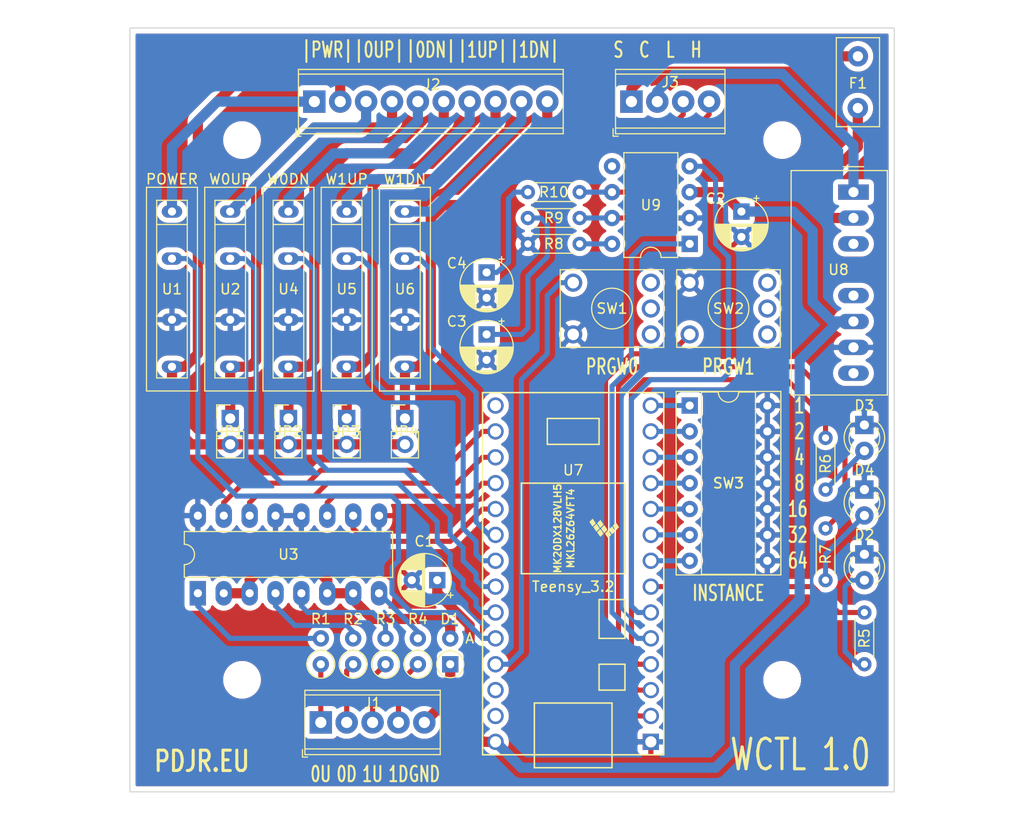
<source format=kicad_pcb>
(kicad_pcb (version 20171130) (host pcbnew 5.1.5-1.fc31)
  (layers (0 F.Cu signal hide) (31 B.Cu signal hide) (35 F.Paste user hide) (37 F.SilkS user) (38 B.Mask user hide) (39 F.Mask user hide) (44 Edge.Cuts user))
  (net 0 "")
  (net 1 GND)
  (net 2 "Net-(C1-Pad1)")
  (net 3 "Net-(C3-Pad1)")
  (net 4 "Net-(C4-Pad1)")
  (net 5 "Net-(D1-Pad2)")
  (net 6 "Net-(D1-Pad1)")
  (net 7 "Net-(F1-Pad2)")
  (net 8 "Net-(F1-Pad1)")
  (net 9 "Net-(J1-Pad4)")
  (net 10 "Net-(J1-Pad3)")
  (net 11 "Net-(J1-Pad2)")
  (net 12 "Net-(J1-Pad1)")
  (net 13 "Net-(J2-Pad10)")
  (net 14 "Net-(J2-Pad9)")
  (net 15 "Net-(J2-Pad8)")
  (net 16 "Net-(J2-Pad7)")
  (net 17 "Net-(J2-Pad6)")
  (net 18 "Net-(J2-Pad5)")
  (net 19 "Net-(J2-Pad4)")
  (net 20 "Net-(J2-Pad3)")
  (net 21 "Net-(J2-Pad2)")
  (net 22 "Net-(J2-Pad1)")
  (net 23 "Net-(J3-Pad4)")
  (net 24 "Net-(J3-Pad3)")
  (net 25 "Net-(SW3-Pad7)")
  (net 26 "Net-(SW3-Pad6)")
  (net 27 "Net-(SW3-Pad5)")
  (net 28 "Net-(SW3-Pad4)")
  (net 29 "Net-(SW3-Pad3)")
  (net 30 "Net-(SW3-Pad2)")
  (net 31 "Net-(SW3-Pad1)")
  (net 32 "Net-(U3-Pad15)")
  (net 33 "Net-(U3-Pad14)")
  (net 34 "Net-(U3-Pad11)")
  (net 35 "Net-(U3-Pad10)")
  (net 36 "Net-(U7-Pad5)")
  (net 37 "Net-(U7-Pad6)")
  (net 38 "Net-(R8-Pad2)")
  (net 39 "Net-(SW1-Pad2)")
  (net 40 "Net-(SW2-Pad1)")
  (net 41 "Net-(R5-Pad1)")
  (net 42 "Net-(R6-Pad1)")
  (net 43 "Net-(R7-Pad1)")
  (net 44 "Net-(U1-Pad3)")
  (net 45 "Net-(U2-Pad3)")
  (net 46 "Net-(U4-Pad3)")
  (net 47 "Net-(U5-Pad3)")
  (net 48 "Net-(U6-Pad3)")
  (net 49 "Net-(D2-Pad2)")
  (net 50 "Net-(D3-Pad2)")
  (net 51 "Net-(D4-Pad2)")
  (net 52 "Net-(R1-Pad2)")
  (net 53 "Net-(R2-Pad2)")
  (net 54 "Net-(R3-Pad2)")
  (net 55 "Net-(R4-Pad2)")
  (net 56 "Net-(J3-Pad2)")
  (module Connector_PinHeader_2.54mm:PinHeader_1x02_P2.54mm_Vertical (layer F.Cu) (at -10.16 53.34)
    (fp_text reference JP1 (at 0 1.27) (layer F.SilkS))
    (fp_text value Jumper_2_Open hide)
    (pad 2 thru_hole oval (at 0 2.54) (size 1.7 1.7) (drill 1) (layers *.Cu *.Mask) (net 21 "Net-(J2-Pad2)"))
    (pad 1 thru_hole rect (at 0 0) (size 1.7 1.7) (drill 1) (layers *.Cu *.Mask) (net 19 "Net-(J2-Pad4)"))
  )
  (module Connector_PinHeader_2.54mm:PinHeader_1x02_P2.54mm_Vertical (layer F.Cu) (at 1.27 53.34)
    (fp_text reference JP3 (at 0 1.27) (layer F.SilkS))
    (fp_text value Jumper_2_Open hide)
    (pad 2 thru_hole oval (at 0 2.54) (size 1.7 1.7) (drill 1) (layers *.Cu *.Mask) (net 21 "Net-(J2-Pad2)"))
    (pad 1 thru_hole rect (at 0 0) (size 1.7 1.7) (drill 1) (layers *.Cu *.Mask) (net 15 "Net-(J2-Pad8)"))
  )
  (module Connector_PinHeader_2.54mm:PinHeader_1x02_P2.54mm_Vertical (layer F.Cu) (at -4.445 53.34)
    (fp_text reference JP2 (at 0 1.27) (layer F.SilkS))
    (fp_text value Jumper_2_Open hide)
    (pad 2 thru_hole oval (at 0 2.54) (size 1.7 1.7) (drill 1) (layers *.Cu *.Mask) (net 21 "Net-(J2-Pad2)"))
    (pad 1 thru_hole rect (at 0 0) (size 1.7 1.7) (drill 1) (layers *.Cu *.Mask) (net 17 "Net-(J2-Pad6)"))
  )
  (module Connector_PinHeader_2.54mm:PinHeader_1x02_P2.54mm_Vertical (layer F.Cu) (at 6.985 53.34)
    (fp_text reference JP4 (at 0 1.27) (layer F.SilkS))
    (fp_text value Jumper_2_Open hide)
    (pad 2 thru_hole oval (at 0 2.54) (size 1.7 1.7) (drill 1) (layers *.Cu *.Mask) (net 21 "Net-(J2-Pad2)"))
    (pad 1 thru_hole rect (at 0 0) (size 1.7 1.7) (drill 1) (layers *.Cu *.Mask) (net 13 "Net-(J2-Pad10)"))
  )
  (module Resistor_THT:R_Axial_DIN0204_L3.6mm_D1.6mm_P5.08mm_Horizontal (layer F.Cu) (at 19.05 36.195)
    (fp_text reference R8 (at 2.54 0) (layer F.SilkS))
    (fp_text value 4K7 hide)
    (pad 2 thru_hole oval (at 5.08 0) (size 1.4 1.4) (drill 0.7) (layers *.Cu *.Mask) (net 38 "Net-(R8-Pad2)"))
    (pad 1 thru_hole circle (at 0 0) (size 1.4 1.4) (drill 0.7) (layers *.Cu *.Mask) (net 1 GND))
  )
  (module Package_DIP:DIP-14_W7.62mm_Socket (layer F.Cu) (at 34.925 52.07)
    (fp_text reference SW3 (at 3.81 7.62) (layer F.SilkS))
    (fp_text value INSTANCE (at 3.81 18.415) (layer F.SilkS) (effects (font (size 1.5 1) (thickness 0.2))))
    (fp_text user %R (at 3.81 7.62) (layer F.SilkS))
    (pad 14 thru_hole oval (at 7.62 0) (size 1.6 1.6) (drill 0.8) (layers *.Cu *.Mask) (net 1 GND))
    (pad 7 thru_hole oval (at 0 15.24) (size 1.6 1.6) (drill 0.8) (layers *.Cu *.Mask) (net 25 "Net-(SW3-Pad7)"))
    (pad 13 thru_hole oval (at 7.62 2.54) (size 1.6 1.6) (drill 0.8) (layers *.Cu *.Mask) (net 1 GND))
    (pad 6 thru_hole oval (at 0 12.7) (size 1.6 1.6) (drill 0.8) (layers *.Cu *.Mask) (net 26 "Net-(SW3-Pad6)"))
    (pad 12 thru_hole oval (at 7.62 5.08) (size 1.6 1.6) (drill 0.8) (layers *.Cu *.Mask) (net 1 GND))
    (pad 5 thru_hole oval (at 0 10.16) (size 1.6 1.6) (drill 0.8) (layers *.Cu *.Mask) (net 27 "Net-(SW3-Pad5)"))
    (pad 11 thru_hole oval (at 7.62 7.62) (size 1.6 1.6) (drill 0.8) (layers *.Cu *.Mask) (net 1 GND))
    (pad 4 thru_hole oval (at 0 7.62) (size 1.6 1.6) (drill 0.8) (layers *.Cu *.Mask) (net 28 "Net-(SW3-Pad4)"))
    (pad 10 thru_hole oval (at 7.62 10.16) (size 1.6 1.6) (drill 0.8) (layers *.Cu *.Mask) (net 1 GND))
    (pad 3 thru_hole oval (at 0 5.08) (size 1.6 1.6) (drill 0.8) (layers *.Cu *.Mask) (net 29 "Net-(SW3-Pad3)"))
    (pad 9 thru_hole oval (at 7.62 12.7) (size 1.6 1.6) (drill 0.8) (layers *.Cu *.Mask) (net 1 GND))
    (pad 2 thru_hole oval (at 0 2.54) (size 1.6 1.6) (drill 0.8) (layers *.Cu *.Mask) (net 30 "Net-(SW3-Pad2)"))
    (pad 8 thru_hole oval (at 7.62 15.24) (size 1.6 1.6) (drill 0.8) (layers *.Cu *.Mask) (net 1 GND))
    (pad 1 thru_hole rect (at 0 0) (size 1.6 1.6) (drill 0.8) (layers *.Cu *.Mask) (net 31 "Net-(SW3-Pad1)"))
  )
  (module Diode_THT:D_DO-35_SOD27_P2.54mm_Vertical_AnodeUp (layer F.Cu) (at 11.43 77.47 90)
    (fp_text reference D1 (at 4.445 0 180) (layer F.SilkS))
    (fp_text value 1N4007 hide)
    (fp_text user A (at 2.54 1.905 180) (layer F.SilkS))
    (pad 2 thru_hole oval (at 2.54 0 90) (size 1.6 1.6) (drill 0.8) (layers *.Cu *.Mask) (net 5 "Net-(D1-Pad2)"))
    (pad 1 thru_hole rect (at 0 0 90) (size 1.6 1.6) (drill 0.8) (layers *.Cu *.Mask) (net 6 "Net-(D1-Pad1)"))
  )
  (module pdjr:291-9669 (layer F.Cu) (at 6.985 40.64 270)
    (fp_text reference U6 (at 0 0 180) (layer F.SilkS))
    (fp_text value W1DN (at -10.795 0 180) (layer F.SilkS))
    (pad 7 thru_hole oval (at 7.62 0 270) (size 1.2 2) (drill 0.8) (layers *.Cu *.Mask) (net 13 "Net-(J2-Pad10)"))
    (pad 5 thru_hole oval (at 3 0 270) (size 1.2 2) (drill 0.8) (layers *.Cu *.Mask) (net 1 GND))
    (pad 3 thru_hole oval (at -3 0 270) (size 1.2 2) (drill 0.8) (layers *.Cu *.Mask) (net 48 "Net-(U6-Pad3)"))
    (pad 1 thru_hole oval (at -7.62 0 270) (size 1.2 2) (drill 0.8) (layers *.Cu *.Mask) (net 14 "Net-(J2-Pad9)"))
  )
  (module pdjr:291-9669 (layer F.Cu) (at 1.27 40.64 270)
    (fp_text reference U5 (at 0 0 180) (layer F.SilkS))
    (fp_text value W1UP (at -10.795 0 180) (layer F.SilkS))
    (pad 7 thru_hole oval (at 7.62 0 270) (size 1.2 2) (drill 0.8) (layers *.Cu *.Mask) (net 15 "Net-(J2-Pad8)"))
    (pad 5 thru_hole oval (at 3 0 270) (size 1.2 2) (drill 0.8) (layers *.Cu *.Mask) (net 1 GND))
    (pad 3 thru_hole oval (at -3 0 270) (size 1.2 2) (drill 0.8) (layers *.Cu *.Mask) (net 47 "Net-(U5-Pad3)"))
    (pad 1 thru_hole oval (at -7.62 0 270) (size 1.2 2) (drill 0.8) (layers *.Cu *.Mask) (net 16 "Net-(J2-Pad7)"))
  )
  (module pdjr:291-9669 (layer F.Cu) (at -4.445 40.64 270)
    (fp_text reference U4 (at 0 0 180) (layer F.SilkS))
    (fp_text value W0DN (at -10.795 0 180) (layer F.SilkS))
    (pad 7 thru_hole oval (at 7.62 0 270) (size 1.2 2) (drill 0.8) (layers *.Cu *.Mask) (net 17 "Net-(J2-Pad6)"))
    (pad 5 thru_hole oval (at 3 0 270) (size 1.2 2) (drill 0.8) (layers *.Cu *.Mask) (net 1 GND))
    (pad 3 thru_hole oval (at -3 0 270) (size 1.2 2) (drill 0.8) (layers *.Cu *.Mask) (net 46 "Net-(U4-Pad3)"))
    (pad 1 thru_hole oval (at -7.62 0 270) (size 1.2 2) (drill 0.8) (layers *.Cu *.Mask) (net 18 "Net-(J2-Pad5)"))
  )
  (module pdjr:291-9669 (layer F.Cu) (at -10.16 40.64 270)
    (fp_text reference U2 (at 0 0 180) (layer F.SilkS))
    (fp_text value W0UP (at -10.795 0 180) (layer F.SilkS))
    (pad 7 thru_hole oval (at 7.62 0 270) (size 1.2 2) (drill 0.8) (layers *.Cu *.Mask) (net 19 "Net-(J2-Pad4)"))
    (pad 5 thru_hole oval (at 3 0 270) (size 1.2 2) (drill 0.8) (layers *.Cu *.Mask) (net 1 GND))
    (pad 3 thru_hole oval (at -3 0 270) (size 1.2 2) (drill 0.8) (layers *.Cu *.Mask) (net 45 "Net-(U2-Pad3)"))
    (pad 1 thru_hole oval (at -7.62 0 270) (size 1.2 2) (drill 0.8) (layers *.Cu *.Mask) (net 20 "Net-(J2-Pad3)"))
  )
  (module pdjr:291-9669 (layer F.Cu) (at -15.875 40.64 270)
    (fp_text reference U1 (at 0 0 180) (layer F.SilkS))
    (fp_text value POWER (at -10.795 0 180) (layer F.SilkS))
    (pad 7 thru_hole oval (at 7.62 0 270) (size 1.2 2) (drill 0.8) (layers *.Cu *.Mask) (net 21 "Net-(J2-Pad2)"))
    (pad 5 thru_hole oval (at 3 0 270) (size 1.2 2) (drill 0.8) (layers *.Cu *.Mask) (net 1 GND))
    (pad 3 thru_hole oval (at -3 0 270) (size 1.2 2) (drill 0.8) (layers *.Cu *.Mask) (net 44 "Net-(U1-Pad3)"))
    (pad 1 thru_hole oval (at -7.62 0 270) (size 1.2 2) (drill 0.8) (layers *.Cu *.Mask) (net 22 "Net-(J2-Pad1)"))
  )
  (module pdjr:Teensy30_31_32_LC (layer F.Cu) (at 23.495 68.58 90)
    (fp_text reference U7 (at 10.16 0 180) (layer F.SilkS))
    (fp_text value Teensy_3.2 (at -1.27 0 180) (layer F.SilkS))
    (fp_text user MK20DX128VLH5 (at 4.445 -1.524 90) (layer F.SilkS) (effects (font (size 0.7 0.7))))
    (fp_text user MKL26Z64VFT4 (at 4.445 -0.254 90) (layer F.SilkS) (effects (font (size 0.7 0.7))))
    (pad 1 thru_hole rect (at -16.51 7.62 90) (size 1.6 1.6) (drill 1.1) (layers *.Cu *.Mask) (net 1 GND))
    (pad 2 thru_hole circle (at -13.97 7.62 90) (size 1.6 1.6) (drill 1.1) (layers *.Cu *.Mask) (net 40 "Net-(SW2-Pad1)"))
    (pad 3 thru_hole circle (at -11.43 7.62 90) (size 1.6 1.6) (drill 1.1) (layers *.Cu *.Mask) (net 43 "Net-(R7-Pad1)"))
    (pad 4 thru_hole circle (at -8.89 7.62 90) (size 1.6 1.6) (drill 1.1) (layers *.Cu *.Mask) (net 42 "Net-(R6-Pad1)"))
    (pad 5 thru_hole circle (at -6.35 7.62 90) (size 1.6 1.6) (drill 1.1) (layers *.Cu *.Mask) (net 36 "Net-(U7-Pad5)"))
    (pad 6 thru_hole circle (at -3.81 7.62 90) (size 1.6 1.6) (drill 1.1) (layers *.Cu *.Mask) (net 37 "Net-(U7-Pad6)"))
    (pad 7 thru_hole circle (at -1.27 7.62 90) (size 1.6 1.6) (drill 1.1) (layers *.Cu *.Mask) (net 41 "Net-(R5-Pad1)"))
    (pad 8 thru_hole circle (at 1.27 7.62 90) (size 1.6 1.6) (drill 1.1) (layers *.Cu *.Mask) (net 25 "Net-(SW3-Pad7)"))
    (pad 9 thru_hole circle (at 3.81 7.62 90) (size 1.6 1.6) (drill 1.1) (layers *.Cu *.Mask) (net 26 "Net-(SW3-Pad6)"))
    (pad 10 thru_hole circle (at 6.35 7.62 90) (size 1.6 1.6) (drill 1.1) (layers *.Cu *.Mask) (net 27 "Net-(SW3-Pad5)"))
    (pad 11 thru_hole circle (at 8.89 7.62 90) (size 1.6 1.6) (drill 1.1) (layers *.Cu *.Mask) (net 28 "Net-(SW3-Pad4)"))
    (pad 12 thru_hole circle (at 11.43 7.62 90) (size 1.6 1.6) (drill 1.1) (layers *.Cu *.Mask) (net 29 "Net-(SW3-Pad3)"))
    (pad 13 thru_hole circle (at 13.97 7.62 90) (size 1.6 1.6) (drill 1.1) (layers *.Cu *.Mask) (net 30 "Net-(SW3-Pad2)"))
    (pad 28 thru_hole circle (at -16.51 -7.62 90) (size 1.6 1.6) (drill 1.1) (layers *.Cu *.Mask) (net 2 "Net-(C1-Pad1)"))
    (pad 27 thru_hole circle (at -13.97 -7.62 90) (size 1.6 1.6) (drill 1.1) (layers *.Cu *.Mask))
    (pad 26 thru_hole circle (at -11.43 -7.62 90) (size 1.6 1.6) (drill 1.1) (layers *.Cu *.Mask))
    (pad 25 thru_hole circle (at -8.89 -7.62 90) (size 1.6 1.6) (drill 1.1) (layers *.Cu *.Mask) (net 39 "Net-(SW1-Pad2)"))
    (pad 24 thru_hole circle (at -6.35 -7.62 90) (size 1.6 1.6) (drill 1.1) (layers *.Cu *.Mask) (net 44 "Net-(U1-Pad3)"))
    (pad 23 thru_hole circle (at -3.81 -7.62 90) (size 1.6 1.6) (drill 1.1) (layers *.Cu *.Mask) (net 45 "Net-(U2-Pad3)"))
    (pad 22 thru_hole circle (at -1.27 -7.62 90) (size 1.6 1.6) (drill 1.1) (layers *.Cu *.Mask) (net 46 "Net-(U4-Pad3)"))
    (pad 21 thru_hole circle (at 1.27 -7.62 90) (size 1.6 1.6) (drill 1.1) (layers *.Cu *.Mask) (net 47 "Net-(U5-Pad3)"))
    (pad 20 thru_hole circle (at 3.81 -7.62 90) (size 1.6 1.6) (drill 1.1) (layers *.Cu *.Mask) (net 48 "Net-(U6-Pad3)"))
    (pad 19 thru_hole circle (at 6.35 -7.62 90) (size 1.6 1.6) (drill 1.1) (layers *.Cu *.Mask) (net 35 "Net-(U3-Pad10)"))
    (pad 18 thru_hole circle (at 8.89 -7.62 90) (size 1.6 1.6) (drill 1.1) (layers *.Cu *.Mask) (net 34 "Net-(U3-Pad11)"))
    (pad 17 thru_hole circle (at 11.43 -7.62 90) (size 1.6 1.6) (drill 1.1) (layers *.Cu *.Mask) (net 33 "Net-(U3-Pad14)"))
    (pad 16 thru_hole circle (at 13.97 -7.62 90) (size 1.6 1.6) (drill 1.1) (layers *.Cu *.Mask) (net 32 "Net-(U3-Pad15)"))
    (pad 14 thru_hole circle (at 16.51 7.62 90) (size 1.6 1.6) (drill 1.1) (layers *.Cu *.Mask) (net 31 "Net-(SW3-Pad1)"))
    (pad 15 thru_hole circle (at 16.51 -7.62 90) (size 1.6 1.6) (drill 1.1) (layers *.Cu *.Mask))
  )
  (module Converter_DCDC:Converter_DCDC_TRACO_TMR-xxxx_THT (layer F.Cu) (at 51 31.115 270)
    (fp_text reference U8 (at 7.62 1.47 180) (layer F.SilkS))
    (fp_text value TEC2-2411WI hide)
    (pad 8 thru_hole oval (at 17.78 0 270) (size 1.5 3) (drill 1) (layers *.Cu *.Mask))
    (pad 7 thru_hole oval (at 15.24 0 270) (size 1.5 3) (drill 1) (layers *.Cu *.Mask) (net 1 GND))
    (pad 3 thru_hole oval (at 5.08 0 270) (size 1.5 3) (drill 1) (layers *.Cu *.Mask))
    (pad 6 thru_hole oval (at 12.7 0 270) (size 1.5 3) (drill 1) (layers *.Cu *.Mask) (net 2 "Net-(C1-Pad1)"))
    (pad 5 thru_hole oval (at 10.16 0 270) (size 1.5 3) (drill 1) (layers *.Cu *.Mask))
    (pad 2 thru_hole oval (at 2.54 0 270) (size 1.5 3) (drill 1) (layers *.Cu *.Mask) (net 7 "Net-(F1-Pad2)"))
    (pad 1 thru_hole rect (at 0 0 270) (size 1.5 3) (drill 1) (layers *.Cu *.Mask) (net 56 "Net-(J3-Pad2)"))
  )
  (module Resistor_THT:R_Axial_DIN0204_L3.6mm_D1.6mm_P5.08mm_Horizontal (layer F.Cu) (at 48.26 64.135 270)
    (fp_text reference R7 (at 2.54 0 90) (layer F.SilkS))
    (fp_text value 270R hide)
    (pad 2 thru_hole oval (at 5.08 0 270) (size 1.4 1.4) (drill 0.7) (layers *.Cu *.Mask) (net 51 "Net-(D4-Pad2)"))
    (pad 1 thru_hole circle (at 0 0 270) (size 1.4 1.4) (drill 0.7) (layers *.Cu *.Mask) (net 43 "Net-(R7-Pad1)"))
  )
  (module Resistor_THT:R_Axial_DIN0204_L3.6mm_D1.6mm_P5.08mm_Horizontal (layer F.Cu) (at 48.26 55.245 270)
    (fp_text reference R6 (at 2.54 0 90) (layer F.SilkS))
    (fp_text value 270R hide)
    (pad 2 thru_hole oval (at 5.08 0 270) (size 1.4 1.4) (drill 0.7) (layers *.Cu *.Mask) (net 50 "Net-(D3-Pad2)"))
    (pad 1 thru_hole circle (at 0 0 270) (size 1.4 1.4) (drill 0.7) (layers *.Cu *.Mask) (net 42 "Net-(R6-Pad1)"))
  )
  (module LED_THT:LED_D3.0mm (layer F.Cu) (at 52.07 60.325 270)
    (fp_text reference D4 (at -1.905 0 180) (layer F.SilkS))
    (fp_text value DN hide)
    (pad 2 thru_hole circle (at 2.54 0 270) (size 1.8 1.8) (drill 0.9) (layers *.Cu *.Mask) (net 51 "Net-(D4-Pad2)"))
    (pad 1 thru_hole rect (at 0 0 270) (size 1.8 1.8) (drill 0.9) (layers *.Cu *.Mask) (net 1 GND))
  )
  (module LED_THT:LED_D3.0mm (layer F.Cu) (at 52.07 53.975 270)
    (fp_text reference D3 (at -1.905 0 180) (layer F.SilkS))
    (fp_text value UP hide)
    (pad 2 thru_hole circle (at 2.54 0 270) (size 1.8 1.8) (drill 0.9) (layers *.Cu *.Mask) (net 50 "Net-(D3-Pad2)"))
    (pad 1 thru_hole rect (at 0 0 270) (size 1.8 1.8) (drill 0.9) (layers *.Cu *.Mask) (net 1 GND))
  )
  (module Resistor_THT:R_Axial_DIN0204_L3.6mm_D1.6mm_P5.08mm_Horizontal (layer F.Cu) (at 52.07 72.39 270)
    (fp_text reference R5 (at 2.54 0 90) (layer F.SilkS))
    (fp_text value 270R hide)
    (pad 2 thru_hole oval (at 5.08 0 270) (size 1.4 1.4) (drill 0.7) (layers *.Cu *.Mask) (net 49 "Net-(D2-Pad2)"))
    (pad 1 thru_hole circle (at 0 0 270) (size 1.4 1.4) (drill 0.7) (layers *.Cu *.Mask) (net 41 "Net-(R5-Pad1)"))
  )
  (module LED_THT:LED_D3.0mm (layer F.Cu) (at 52.07 66.675 270)
    (fp_text reference D2 (at -1.905 0 180) (layer F.SilkS))
    (fp_text value PWR hide)
    (pad 2 thru_hole circle (at 2.54 0 270) (size 1.8 1.8) (drill 0.9) (layers *.Cu *.Mask) (net 49 "Net-(D2-Pad2)"))
    (pad 1 thru_hole rect (at 0 0 270) (size 1.8 1.8) (drill 0.9) (layers *.Cu *.Mask) (net 1 GND))
  )
  (module TerminalBlock_Phoenix:TerminalBlock_Phoenix_MPT-0,5-10-2.54_1x10_P2.54mm_Horizontal (layer F.Cu) (at -1.905 22.225)
    (fp_text reference J2 (at 11.525 -1.68) (layer F.SilkS))
    (fp_text value "RELAY OUTPUTS" hide)
    (pad 10 thru_hole circle (at 22.86 0) (size 2.2 2.2) (drill 1.1) (layers *.Cu *.Mask) (net 13 "Net-(J2-Pad10)"))
    (pad 9 thru_hole circle (at 20.32 0) (size 2.2 2.2) (drill 1.1) (layers *.Cu *.Mask) (net 14 "Net-(J2-Pad9)"))
    (pad 8 thru_hole circle (at 17.78 0) (size 2.2 2.2) (drill 1.1) (layers *.Cu *.Mask) (net 15 "Net-(J2-Pad8)"))
    (pad 7 thru_hole circle (at 15.24 0) (size 2.2 2.2) (drill 1.1) (layers *.Cu *.Mask) (net 16 "Net-(J2-Pad7)"))
    (pad 6 thru_hole circle (at 12.7 0) (size 2.2 2.2) (drill 1.1) (layers *.Cu *.Mask) (net 17 "Net-(J2-Pad6)"))
    (pad 5 thru_hole circle (at 10.16 0) (size 2.2 2.2) (drill 1.1) (layers *.Cu *.Mask) (net 18 "Net-(J2-Pad5)"))
    (pad 4 thru_hole circle (at 7.62 0) (size 2.2 2.2) (drill 1.1) (layers *.Cu *.Mask) (net 19 "Net-(J2-Pad4)"))
    (pad 3 thru_hole circle (at 5.08 0) (size 2.2 2.2) (drill 1.1) (layers *.Cu *.Mask) (net 20 "Net-(J2-Pad3)"))
    (pad 2 thru_hole circle (at 2.54 0) (size 2.2 2.2) (drill 1.1) (layers *.Cu *.Mask) (net 21 "Net-(J2-Pad2)"))
    (pad 1 thru_hole rect (at 0 0) (size 2.2 2.2) (drill 1.1) (layers *.Cu *.Mask) (net 22 "Net-(J2-Pad1)"))
  )
  (module TerminalBlock_Phoenix:TerminalBlock_Phoenix_MPT-0,5-4-2.54_1x04_P2.54mm_Horizontal (layer F.Cu) (at 29.21 22.225)
    (fp_text reference J3 (at 3.81 -1.905) (layer F.SilkS))
    (fp_text value M12-5PIN hide)
    (pad 4 thru_hole circle (at 7.62 0) (size 2.2 2.2) (drill 1.1) (layers *.Cu *.Mask) (net 23 "Net-(J3-Pad4)"))
    (pad 3 thru_hole circle (at 5.08 0) (size 2.2 2.2) (drill 1.1) (layers *.Cu *.Mask) (net 24 "Net-(J3-Pad3)"))
    (pad 2 thru_hole circle (at 2.54 0) (size 2.2 2.2) (drill 1.1) (layers *.Cu *.Mask) (net 56 "Net-(J3-Pad2)"))
    (pad 1 thru_hole rect (at 0 0) (size 2.2 2.2) (drill 1.1) (layers *.Cu *.Mask) (net 8 "Net-(F1-Pad1)"))
  )
  (module MountingHole:MountingHole_2.7mm_M2.5 (layer F.Cu) (at 44 79)
    (fp_text reference REF** hide)
    (fp_text value MountingHole_2.7mm_M2.5 hide)
    (pad 1 np_thru_hole circle (at 0 0) (size 2.7 2.7) (drill 2.7) (layers *.Cu *.Mask))
  )
  (module MountingHole:MountingHole_2.7mm_M2.5 (layer F.Cu) (at -9 79)
    (fp_text reference REF** hide)
    (fp_text value MountingHole_2.7mm_M2.5 hide)
    (pad 1 np_thru_hole circle (at 0 0) (size 2.7 2.7) (drill 2.7) (layers *.Cu *.Mask))
  )
  (module MountingHole:MountingHole_2.7mm_M2.5 (layer F.Cu) (at 44 26)
    (fp_text reference REF** hide)
    (fp_text value MountingHole_2.7mm_M2.5 hide)
    (pad 1 np_thru_hole circle (at 0 0) (size 2.7 2.7) (drill 2.7) (layers *.Cu *.Mask))
  )
  (module MountingHole:MountingHole_2.7mm_M2.5 (layer F.Cu) (at -9 26)
    (fp_text reference REF** hide)
    (fp_text value MountingHole_2.7mm_M2.5 hide)
    (pad 1 np_thru_hole circle (at 0 0) (size 2.7 2.7) (drill 2.7) (layers *.Cu *.Mask))
  )
  (module Package_DIP:DIP-8_W7.62mm (layer F.Cu) (at 34.925 36.195 180)
    (fp_text reference U9 (at 3.81 3.81) (layer F.SilkS))
    (fp_text value MCP2551-I-P hide)
    (pad 8 thru_hole oval (at 7.62 0 180) (size 1.6 1.6) (drill 0.8) (layers *.Cu *.Mask) (net 38 "Net-(R8-Pad2)"))
    (pad 4 thru_hole oval (at 0 7.62 180) (size 1.6 1.6) (drill 0.8) (layers *.Cu *.Mask) (net 37 "Net-(U7-Pad6)"))
    (pad 7 thru_hole oval (at 7.62 2.54 180) (size 1.6 1.6) (drill 0.8) (layers *.Cu *.Mask) (net 23 "Net-(J3-Pad4)"))
    (pad 3 thru_hole oval (at 0 5.08 180) (size 1.6 1.6) (drill 0.8) (layers *.Cu *.Mask) (net 2 "Net-(C1-Pad1)"))
    (pad 6 thru_hole oval (at 7.62 5.08 180) (size 1.6 1.6) (drill 0.8) (layers *.Cu *.Mask) (net 24 "Net-(J3-Pad3)"))
    (pad 2 thru_hole oval (at 0 2.54 180) (size 1.6 1.6) (drill 0.8) (layers *.Cu *.Mask) (net 1 GND))
    (pad 5 thru_hole oval (at 7.62 7.62 180) (size 1.6 1.6) (drill 0.8) (layers *.Cu *.Mask))
    (pad 1 thru_hole rect (at 0 0 180) (size 1.6 1.6) (drill 0.8) (layers *.Cu *.Mask) (net 36 "Net-(U7-Pad5)"))
  )
  (module Package_DIP:DIP-16_W7.62mm_LongPads (layer F.Cu) (at -13.335 70.5 90)
    (fp_text reference U3 (at 3.81 8.89 180) (layer F.SilkS))
    (fp_text value CNY74-4H hide)
    (pad 16 thru_hole oval (at 7.62 0 90) (size 2.4 1.6) (drill 0.8) (layers *.Cu *.Mask) (net 1 GND))
    (pad 8 thru_hole oval (at 0 17.78 90) (size 2.4 1.6) (drill 0.8) (layers *.Cu *.Mask) (net 55 "Net-(R4-Pad2)"))
    (pad 15 thru_hole oval (at 7.62 2.54 90) (size 2.4 1.6) (drill 0.8) (layers *.Cu *.Mask) (net 32 "Net-(U3-Pad15)"))
    (pad 7 thru_hole oval (at 0 15.24 90) (size 2.4 1.6) (drill 0.8) (layers *.Cu *.Mask) (net 5 "Net-(D1-Pad2)"))
    (pad 14 thru_hole oval (at 7.62 5.08 90) (size 2.4 1.6) (drill 0.8) (layers *.Cu *.Mask) (net 33 "Net-(U3-Pad14)"))
    (pad 6 thru_hole oval (at 0 12.7 90) (size 2.4 1.6) (drill 0.8) (layers *.Cu *.Mask) (net 5 "Net-(D1-Pad2)"))
    (pad 13 thru_hole oval (at 7.62 7.62 90) (size 2.4 1.6) (drill 0.8) (layers *.Cu *.Mask) (net 1 GND))
    (pad 5 thru_hole oval (at 0 10.16 90) (size 2.4 1.6) (drill 0.8) (layers *.Cu *.Mask) (net 54 "Net-(R3-Pad2)"))
    (pad 12 thru_hole oval (at 7.62 10.16 90) (size 2.4 1.6) (drill 0.8) (layers *.Cu *.Mask) (net 1 GND))
    (pad 4 thru_hole oval (at 0 7.62 90) (size 2.4 1.6) (drill 0.8) (layers *.Cu *.Mask) (net 53 "Net-(R2-Pad2)"))
    (pad 11 thru_hole oval (at 7.62 12.7 90) (size 2.4 1.6) (drill 0.8) (layers *.Cu *.Mask) (net 34 "Net-(U3-Pad11)"))
    (pad 3 thru_hole oval (at 0 5.08 90) (size 2.4 1.6) (drill 0.8) (layers *.Cu *.Mask) (net 5 "Net-(D1-Pad2)"))
    (pad 10 thru_hole oval (at 7.62 15.24 90) (size 2.4 1.6) (drill 0.8) (layers *.Cu *.Mask) (net 35 "Net-(U3-Pad10)"))
    (pad 2 thru_hole oval (at 0 2.54 90) (size 2.4 1.6) (drill 0.8) (layers *.Cu *.Mask) (net 5 "Net-(D1-Pad2)"))
    (pad 9 thru_hole oval (at 7.62 17.78 90) (size 2.4 1.6) (drill 0.8) (layers *.Cu *.Mask) (net 1 GND))
    (pad 1 thru_hole rect (at 0 0 90) (size 2.4 1.6) (drill 0.8) (layers *.Cu *.Mask) (net 52 "Net-(R1-Pad2)"))
  )
  (module Button_Switch_THT:KSA_Tactile_SPST (layer F.Cu) (at 34.925 45.085 90)
    (fp_text reference SW2 (at 2.54 3.81 180) (layer F.SilkS))
    (fp_text value PRGW1 (at -3.175 3.81 180) (layer F.SilkS) (effects (font (size 1.5 1) (thickness 0.2))))
    (pad 5 thru_hole circle (at 0 7.62 90) (size 1.778 1.778) (drill 1.143) (layers *.Cu *.Mask))
    (pad 4 thru_hole circle (at 2.54 7.62 90) (size 1.778 1.778) (drill 1.143) (layers *.Cu *.Mask))
    (pad 3 thru_hole circle (at 5.08 7.62 90) (size 1.778 1.778) (drill 1.143) (layers *.Cu *.Mask))
    (pad 2 thru_hole circle (at 5.08 0 90) (size 1.778 1.778) (drill 1.143) (layers *.Cu *.Mask) (net 1 GND))
    (pad 1 thru_hole circle (at 0 0 90) (size 1.778 1.778) (drill 1.143) (layers *.Cu *.Mask) (net 40 "Net-(SW2-Pad1)"))
  )
  (module Button_Switch_THT:KSA_Tactile_SPST (layer F.Cu) (at 23.495 45.085 90)
    (fp_text reference SW1 (at 2.54 3.81 180) (layer F.SilkS))
    (fp_text value PRGW0 (at -3.175 3.81 180) (layer F.SilkS) (effects (font (size 1.5 1) (thickness 0.2))))
    (pad 5 thru_hole circle (at 0 7.62 90) (size 1.778 1.778) (drill 1.143) (layers *.Cu *.Mask))
    (pad 4 thru_hole circle (at 2.54 7.62 90) (size 1.778 1.778) (drill 1.143) (layers *.Cu *.Mask))
    (pad 3 thru_hole circle (at 5.08 7.62 90) (size 1.778 1.778) (drill 1.143) (layers *.Cu *.Mask))
    (pad 2 thru_hole circle (at 5.08 0 90) (size 1.778 1.778) (drill 1.143) (layers *.Cu *.Mask) (net 39 "Net-(SW1-Pad2)"))
    (pad 1 thru_hole circle (at 0 0 90) (size 1.778 1.778) (drill 1.143) (layers *.Cu *.Mask) (net 1 GND))
  )
  (module Resistor_THT:R_Axial_DIN0204_L3.6mm_D1.6mm_P5.08mm_Horizontal (layer F.Cu) (at 19.05 31.115)
    (fp_text reference R10 (at 2.54 0) (layer F.SilkS))
    (fp_text value 100R hide)
    (pad 2 thru_hole oval (at 5.08 0) (size 1.4 1.4) (drill 0.7) (layers *.Cu *.Mask) (net 24 "Net-(J3-Pad3)"))
    (pad 1 thru_hole circle (at 0 0) (size 1.4 1.4) (drill 0.7) (layers *.Cu *.Mask) (net 4 "Net-(C4-Pad1)"))
  )
  (module Resistor_THT:R_Axial_DIN0204_L3.6mm_D1.6mm_P5.08mm_Horizontal (layer F.Cu) (at 24.13 33.655 180)
    (fp_text reference R9 (at 2.54 0) (layer F.SilkS))
    (fp_text value 100R hide)
    (pad 2 thru_hole oval (at 5.08 0 180) (size 1.4 1.4) (drill 0.7) (layers *.Cu *.Mask) (net 3 "Net-(C3-Pad1)"))
    (pad 1 thru_hole circle (at 0 0 180) (size 1.4 1.4) (drill 0.7) (layers *.Cu *.Mask) (net 23 "Net-(J3-Pad4)"))
  )
  (module Resistor_THT:R_Axial_DIN0207_L6.3mm_D2.5mm_P2.54mm_Vertical (layer F.Cu) (at 8.255 77.47 90)
    (fp_text reference R4 (at 4.445 0 180) (layer F.SilkS))
    (fp_text value 1K4 hide)
    (pad 2 thru_hole oval (at 2.54 0 90) (size 1.6 1.6) (drill 0.8) (layers *.Cu *.Mask) (net 55 "Net-(R4-Pad2)"))
    (pad 1 thru_hole circle (at 0 0 90) (size 1.6 1.6) (drill 0.8) (layers *.Cu *.Mask) (net 9 "Net-(J1-Pad4)"))
  )
  (module Resistor_THT:R_Axial_DIN0207_L6.3mm_D2.5mm_P2.54mm_Vertical (layer F.Cu) (at 5.08 77.47 90)
    (fp_text reference R3 (at 4.445 0 180) (layer F.SilkS))
    (fp_text value 1K4 hide)
    (pad 2 thru_hole oval (at 2.54 0 90) (size 1.6 1.6) (drill 0.8) (layers *.Cu *.Mask) (net 54 "Net-(R3-Pad2)"))
    (pad 1 thru_hole circle (at 0 0 90) (size 1.6 1.6) (drill 0.8) (layers *.Cu *.Mask) (net 10 "Net-(J1-Pad3)"))
  )
  (module Resistor_THT:R_Axial_DIN0207_L6.3mm_D2.5mm_P2.54mm_Vertical (layer F.Cu) (at 1.905 77.47 90)
    (fp_text reference R2 (at 4.445 0 180) (layer F.SilkS))
    (fp_text value 1K4 hide)
    (pad 2 thru_hole oval (at 2.54 0 90) (size 1.6 1.6) (drill 0.8) (layers *.Cu *.Mask) (net 53 "Net-(R2-Pad2)"))
    (pad 1 thru_hole circle (at 0 0 90) (size 1.6 1.6) (drill 0.8) (layers *.Cu *.Mask) (net 11 "Net-(J1-Pad2)"))
  )
  (module Resistor_THT:R_Axial_DIN0207_L6.3mm_D2.5mm_P2.54mm_Vertical (layer F.Cu) (at -1.27 77.47 90)
    (fp_text reference R1 (at 4.445 0 180) (layer F.SilkS))
    (fp_text value 1K4 hide)
    (pad 2 thru_hole oval (at 2.54 0 90) (size 1.6 1.6) (drill 0.8) (layers *.Cu *.Mask) (net 52 "Net-(R1-Pad2)"))
    (pad 1 thru_hole circle (at 0 0 90) (size 1.6 1.6) (drill 0.8) (layers *.Cu *.Mask) (net 12 "Net-(J1-Pad1)"))
  )
  (module TerminalBlock_Phoenix:TerminalBlock_Phoenix_MPT-0,5-5-2.54_1x05_P2.54mm_Horizontal (layer F.Cu) (at -1.27 83.185)
    (fp_text reference J1 (at 5.08 -1.905) (layer F.SilkS))
    (fp_text value "SWITCH INPUTS" hide)
    (pad 5 thru_hole circle (at 10.16 0) (size 2.2 2.2) (drill 1.1) (layers *.Cu *.Mask) (net 6 "Net-(D1-Pad1)"))
    (pad 4 thru_hole circle (at 7.62 0) (size 2.2 2.2) (drill 1.1) (layers *.Cu *.Mask) (net 9 "Net-(J1-Pad4)"))
    (pad 3 thru_hole circle (at 5.08 0) (size 2.2 2.2) (drill 1.1) (layers *.Cu *.Mask) (net 10 "Net-(J1-Pad3)"))
    (pad 2 thru_hole circle (at 2.54 0) (size 2.2 2.2) (drill 1.1) (layers *.Cu *.Mask) (net 11 "Net-(J1-Pad2)"))
    (pad 1 thru_hole rect (at 0 0) (size 2.2 2.2) (drill 1.1) (layers *.Cu *.Mask) (net 12 "Net-(J1-Pad1)"))
  )
  (module Fuse:Fuse_Littelfuse_395Series (layer F.Cu) (at 51.435 17.78 270)
    (fp_text reference F1 (at 2.65 0 180) (layer F.SilkS))
    (fp_text value 1A hide)
    (pad 2 thru_hole circle (at 5.08 0.01 270) (size 2 2) (drill 1) (layers *.Cu *.Mask) (net 7 "Net-(F1-Pad2)"))
    (pad 1 thru_hole circle (at 0 0 270) (size 2 2) (drill 1) (layers *.Cu *.Mask) (net 8 "Net-(F1-Pad1)"))
  )
  (module Capacitor_THT:CP_Radial_D5.0mm_P2.50mm (layer F.Cu) (at 15 39 270)
    (fp_text reference C4 (at -0.9 2.935 180) (layer F.SilkS))
    (fp_text value 560pF hide)
    (pad 2 thru_hole circle (at 2.5 0 270) (size 1.6 1.6) (drill 0.8) (layers *.Cu *.Mask) (net 1 GND))
    (pad 1 thru_hole rect (at 0 0 270) (size 1.6 1.6) (drill 0.8) (layers *.Cu *.Mask) (net 4 "Net-(C4-Pad1)"))
  )
  (module Capacitor_THT:CP_Radial_D5.0mm_P2.50mm (layer F.Cu) (at 15 45.085 270)
    (fp_text reference C3 (at -1.27 2.935 180) (layer F.SilkS))
    (fp_text value 560pF hide)
    (pad 2 thru_hole circle (at 2.5 0 270) (size 1.6 1.6) (drill 0.8) (layers *.Cu *.Mask) (net 1 GND))
    (pad 1 thru_hole rect (at 0 0 270) (size 1.6 1.6) (drill 0.8) (layers *.Cu *.Mask) (net 3 "Net-(C3-Pad1)"))
  )
  (module Capacitor_THT:CP_Radial_D5.0mm_P2.50mm (layer F.Cu) (at 40.005 33.02 270)
    (fp_text reference C2 (at -1.27 2.54 180) (layer F.SilkS))
    (fp_text value 100nF hide)
    (pad 2 thru_hole circle (at 2.5 0 270) (size 1.6 1.6) (drill 0.8) (layers *.Cu *.Mask) (net 1 GND))
    (pad 1 thru_hole rect (at 0 0 270) (size 1.6 1.6) (drill 0.8) (layers *.Cu *.Mask) (net 2 "Net-(C1-Pad1)"))
  )
  (module Capacitor_THT:CP_Radial_D5.0mm_P2.50mm (layer F.Cu) (at 10.16 69.215 180)
    (fp_text reference C1 (at 1.27 3.81) (layer F.SilkS))
    (fp_text value 100nF hide)
    (pad 2 thru_hole circle (at 2.5 0 180) (size 1.6 1.6) (drill 0.8) (layers *.Cu *.Mask) (net 1 GND))
    (pad 1 thru_hole rect (at 0 0 180) (size 1.6 1.6) (drill 0.8) (layers *.Cu *.Mask) (net 2 "Net-(C1-Pad1)"))
  )
  (gr_text PDJR.EU (at -17.78 86.995) (layer F.SilkS) (effects (font (size 2 1.5) (thickness 0.3)) (justify left)))
  (gr_text "WCTL 1.0" (at 38.735 86.36) (layer F.SilkS) (effects (font (size 3 2) (thickness 0.3)) (justify left)))
  (gr_text 1D (at 6.35 88.265) (layer F.SilkS) (effects (font (size 1.5 1) (thickness 0.2))))
  (gr_text 1U (at 3.81 88.265) (layer F.SilkS) (effects (font (size 1.5 1) (thickness 0.2))))
  (gr_text 0D (at 1.27 88.265) (layer F.SilkS) (effects (font (size 1.5 1) (thickness 0.2))))
  (gr_text 0U (at -1.27 88.265) (layer F.SilkS) (effects (font (size 1.5 1) (thickness 0.2))))
  (gr_text GND (at 8.89 88.265) (layer F.SilkS) (effects (font (size 1.5 1) (thickness 0.2))))
  (gr_text 64 (at 44.45 67.31) (layer F.SilkS) (effects (font (size 1.5 1) (thickness 0.2)) (justify left)))
  (gr_text 32 (at 44.45 64.77) (layer F.SilkS) (effects (font (size 1.5 1) (thickness 0.2)) (justify left)))
  (gr_text 16 (at 44.45 62.23) (layer F.SilkS) (effects (font (size 1.5 1) (thickness 0.2)) (justify left)))
  (gr_text 8 (at 45.085 59.69) (layer F.SilkS) (effects (font (size 1.5 1) (thickness 0.2)) (justify left)))
  (gr_text 4 (at 45.085 57.15) (layer F.SilkS) (effects (font (size 1.5 1) (thickness 0.2)) (justify left)))
  (gr_text 2 (at 45.085 54.61) (layer F.SilkS) (effects (font (size 1.5 1) (thickness 0.2)) (justify left)))
  (gr_text 1 (at 45.085 52.07) (layer F.SilkS) (effects (font (size 1.5 1) (thickness 0.2)) (justify left)))
  (gr_text L (at 33.02 17.145) (layer F.SilkS) (effects (font (size 1.5 1) (thickness 0.2))))
  (gr_text H (at 35.56 17.145) (layer F.SilkS) (effects (font (size 1.5 1) (thickness 0.2))))
  (gr_text C (at 30.48 17.145) (layer F.SilkS) (effects (font (size 1.5 1) (thickness 0.2))))
  (gr_text S (at 27.94 17.145) (layer F.SilkS) (effects (font (size 1.5 1) (thickness 0.2))))
  (gr_text |1DN| (at 19.685 17.145) (layer F.SilkS) (effects (font (size 1.5 1) (thickness 0.2))))
  (gr_text |1UP| (at 14.605 17.145) (layer F.SilkS) (effects (font (size 1.5 1) (thickness 0.2))))
  (gr_text |0DN| (at 9.525 17.145) (layer F.SilkS) (effects (font (size 1.5 1) (thickness 0.2))))
  (gr_text |0UP| (at 4.445 17.145) (layer F.SilkS) (effects (font (size 1.5 1) (thickness 0.2))))
  (gr_text |PWR| (at -0.635 17.145) (layer F.SilkS) (effects (font (size 1.5 1) (thickness 0.2))))
  (gr_line (start -20 15) (end -20 90) (layer Edge.Cuts) (width 0.1))
  (gr_line (start 55 15) (end -20 15) (layer Edge.Cuts) (width 0.1))
  (gr_line (start 55 90) (end 55 15) (layer Edge.Cuts) (width 0.1))
  (gr_line (start -20 90) (end 55 90) (layer Edge.Cuts) (width 0.1))
  (segment (start 50.165 43.815) (end 48.895 43.815) (width 1) (layer B.Cu) (net 2))
  (segment (start 48.895 43.815) (end 46.99 41.91) (width 1) (layer B.Cu) (net 2))
  (segment (start 46.99 41.91) (end 46.99 34.925) (width 1) (layer B.Cu) (net 2))
  (segment (start 45.085 33.02) (end 40.005 33.02) (width 1) (layer B.Cu) (net 2))
  (segment (start 46.99 34.925) (end 45.085 33.02) (width 1) (layer B.Cu) (net 2))
  (segment (start 48.895 43.815) (end 51 43.815) (width 1) (layer B.Cu) (net 2))
  (segment (start 38.1 31.115) (end 40.005 33.02) (width 1) (layer F.Cu) (net 2))
  (segment (start 34.925 31.115) (end 38.1 31.115) (width 1) (layer F.Cu) (net 2))
  (segment (start 51 43.815) (end 49.53 43.815) (width 1) (layer B.Cu) (net 2))
  (segment (start 49.53 43.815) (end 45.72 47.625) (width 1) (layer B.Cu) (net 2))
  (segment (start 45.72 47.625) (end 45.72 71.12) (width 1) (layer B.Cu) (net 2))
  (segment (start 45.72 71.12) (end 39.37 77.47) (width 1) (layer B.Cu) (net 2))
  (segment (start 39.37 77.47) (end 39.37 85.725) (width 1) (layer B.Cu) (net 2))
  (segment (start 39.37 85.725) (end 37.465 87.63) (width 1) (layer B.Cu) (net 2))
  (segment (start 18.415 87.63) (end 15.875 85.09) (width 1) (layer B.Cu) (net 2))
  (segment (start 37.465 87.63) (end 18.415 87.63) (width 1) (layer B.Cu) (net 2))
  (segment (start 10.16 69.215) (end 10.16 70.485) (width 1) (layer F.Cu) (net 2))
  (segment (start 10.16 70.485) (end 13.335 73.66) (width 1) (layer F.Cu) (net 2))
  (segment (start 13.335 73.66) (end 13.335 83.82) (width 1) (layer F.Cu) (net 2))
  (segment (start 14.605 85.09) (end 15.875 85.09) (width 1) (layer F.Cu) (net 2))
  (segment (start 13.335 83.82) (end 14.605 85.09) (width 1) (layer F.Cu) (net 2))
  (segment (start 15 45.085) (end 18.415 45.085) (width 0.5) (layer B.Cu) (net 3))
  (segment (start 18.415 45.085) (end 19.05 44.45) (width 0.5) (layer B.Cu) (net 3))
  (segment (start 19.05 44.45) (end 19.05 44.38499) (width 0.5) (layer B.Cu) (net 3))
  (segment (start 19.05 39.37) (end 19.05 44.45) (width 0.5) (layer B.Cu) (net 3))
  (segment (start 20.955 37.465) (end 19.05 39.37) (width 0.5) (layer B.Cu) (net 3))
  (segment (start 20.32 33.655) (end 20.955 34.29) (width 0.5) (layer B.Cu) (net 3))
  (segment (start 20.955 34.29) (end 20.955 37.465) (width 0.5) (layer B.Cu) (net 3))
  (segment (start 19.05 33.655) (end 20.32 33.655) (width 0.5) (layer B.Cu) (net 3))
  (segment (start 17.78 31.115) (end 19.05 31.115) (width 0.5) (layer B.Cu) (net 4))
  (segment (start 17.145 31.75) (end 17.78 31.115) (width 0.5) (layer B.Cu) (net 4))
  (segment (start 17.145 38) (end 17.145 31.75) (width 0.5) (layer B.Cu) (net 4))
  (segment (start 15 39) (end 16 39) (width 0.5) (layer B.Cu) (net 4))
  (segment (start 16 39) (end 17.145 38) (width 0.5) (layer B.Cu) (net 4))
  (segment (start 1.905 70.5) (end -0.635 70.5) (width 1) (layer F.Cu) (net 5))
  (segment (start -6.985 67.945) (end -8.255 69.215) (width 1) (layer F.Cu) (net 5))
  (segment (start -1.905 67.945) (end -6.985 67.945) (width 1) (layer F.Cu) (net 5))
  (segment (start -0.635 70.5) (end -0.635 69.215) (width 1) (layer F.Cu) (net 5))
  (segment (start -8.255 69.215) (end -8.255 70.5) (width 1) (layer F.Cu) (net 5))
  (segment (start -0.635 69.215) (end -1.905 67.945) (width 1) (layer F.Cu) (net 5))
  (segment (start -8.255 70.5) (end -10.795 70.5) (width 1) (layer F.Cu) (net 5))
  (segment (start 3.81 73.025) (end 1.905 71.12) (width 1) (layer F.Cu) (net 5))
  (segment (start 10.795 73.025) (end 3.81 73.025) (width 1) (layer F.Cu) (net 5))
  (segment (start 11.43 74.93) (end 11.43 73.66) (width 1) (layer F.Cu) (net 5))
  (segment (start 11.43 73.66) (end 10.795 73.025) (width 1) (layer F.Cu) (net 5))
  (segment (start 11.43 80.645) (end 8.89 83.185) (width 1) (layer F.Cu) (net 6))
  (segment (start 11.43 77.47) (end 11.43 80.645) (width 1) (layer F.Cu) (net 6))
  (segment (start 51.425 26.68) (end 51.425 22.86) (width 1) (layer F.Cu) (net 7))
  (segment (start 48.26 29.845) (end 51.425 26.68) (width 1) (layer F.Cu) (net 7))
  (segment (start 51 33.655) (end 48.895 33.655) (width 1) (layer F.Cu) (net 7))
  (segment (start 48.26 33.02) (end 48.26 29.845) (width 1) (layer F.Cu) (net 7))
  (segment (start 48.895 33.655) (end 48.26 33.02) (width 1) (layer F.Cu) (net 7))
  (segment (start 39.37 17.78) (end 51.435 17.78) (width 1) (layer F.Cu) (net 8))
  (segment (start 32.385 17.78) (end 39.37 17.78) (width 1) (layer F.Cu) (net 8))
  (segment (start 29.21 22.225) (end 29.21 20.955) (width 1) (layer F.Cu) (net 8))
  (segment (start 29.21 20.955) (end 32.385 17.78) (width 1) (layer F.Cu) (net 8))
  (segment (start 6.35 79.375) (end 8.255 77.47) (width 0.5) (layer F.Cu) (net 9))
  (segment (start 6.35 83.185) (end 6.35 79.375) (width 0.5) (layer F.Cu) (net 9))
  (segment (start 3.81 78.74) (end 5.08 77.47) (width 0.5) (layer F.Cu) (net 10))
  (segment (start 3.81 83.185) (end 3.81 78.74) (width 0.5) (layer F.Cu) (net 10))
  (segment (start 1.27 78.105) (end 1.905 77.47) (width 0.5) (layer F.Cu) (net 11))
  (segment (start 1.27 83.185) (end 1.27 78.105) (width 0.5) (layer F.Cu) (net 11))
  (segment (start -1.27 83.185) (end -1.27 77.47) (width 0.5) (layer F.Cu) (net 12))
  (segment (start 20.955 24.13) (end 20.955 22.225) (width 1) (layer F.Cu) (net 13))
  (segment (start 12.7 32.385) (end 20.955 24.13) (width 1) (layer F.Cu) (net 13))
  (segment (start 9.525 46.99) (end 9.525 33.655) (width 1) (layer F.Cu) (net 13))
  (segment (start 10.795 32.385) (end 12.7 32.385) (width 1) (layer F.Cu) (net 13))
  (segment (start 6.985 48.26) (end 8.255 48.26) (width 1) (layer F.Cu) (net 13))
  (segment (start 8.255 48.26) (end 9.525 46.99) (width 1) (layer F.Cu) (net 13))
  (segment (start 9.525 33.655) (end 10.795 32.385) (width 1) (layer F.Cu) (net 13))
  (segment (start 6.985 53.34) (end 6.985 48.26) (width 1) (layer F.Cu) (net 13))
  (segment (start 18.415 24.13) (end 18.415 22.225) (width 1) (layer B.Cu) (net 14))
  (segment (start 6.985 33.02) (end 9.525 33.02) (width 1) (layer B.Cu) (net 14))
  (segment (start 9.525 33.02) (end 18.415 24.13) (width 1) (layer B.Cu) (net 14))
  (segment (start 10.16 29.845) (end 15.875 24.13) (width 1) (layer F.Cu) (net 15))
  (segment (start 2.54 48.26) (end 3.81 46.99) (width 1) (layer F.Cu) (net 15))
  (segment (start 3.81 30.48) (end 4.445 29.845) (width 1) (layer F.Cu) (net 15))
  (segment (start 15.875 24.13) (end 15.875 22.225) (width 1) (layer F.Cu) (net 15))
  (segment (start 3.81 46.99) (end 3.81 30.48) (width 1) (layer F.Cu) (net 15))
  (segment (start 1.27 48.26) (end 2.54 48.26) (width 1) (layer F.Cu) (net 15))
  (segment (start 4.445 29.845) (end 10.16 29.845) (width 1) (layer F.Cu) (net 15))
  (segment (start 1.27 53.34) (end 1.27 48.26) (width 1) (layer F.Cu) (net 15))
  (segment (start 13.335 24.13) (end 13.335 22.225) (width 1) (layer B.Cu) (net 16))
  (segment (start 7.62 29.845) (end 13.335 24.13) (width 1) (layer B.Cu) (net 16))
  (segment (start 3.175 29.845) (end 7.62 29.845) (width 1) (layer B.Cu) (net 16))
  (segment (start 1.27 33.02) (end 1.27 31.75) (width 1) (layer B.Cu) (net 16))
  (segment (start 1.27 31.75) (end 3.175 29.845) (width 1) (layer B.Cu) (net 16))
  (segment (start 10.795 24.13) (end 10.795 22.225) (width 1) (layer F.Cu) (net 17))
  (segment (start 7.62 27.305) (end 10.795 24.13) (width 1) (layer F.Cu) (net 17))
  (segment (start -2.54 48.26) (end -1.905 47.625) (width 1) (layer F.Cu) (net 17))
  (segment (start -4.445 48.26) (end -2.54 48.26) (width 1) (layer F.Cu) (net 17))
  (segment (start -1.905 30.48) (end 1.27 27.305) (width 1) (layer F.Cu) (net 17))
  (segment (start -1.905 47.625) (end -1.905 30.48) (width 1) (layer F.Cu) (net 17))
  (segment (start 1.27 27.305) (end 7.62 27.305) (width 1) (layer F.Cu) (net 17))
  (segment (start -4.445 53.34) (end -4.445 48.26) (width 1) (layer F.Cu) (net 17))
  (segment (start 8.255 24.13) (end 8.255 22.225) (width 1) (layer B.Cu) (net 18))
  (segment (start 5.08 27.305) (end 8.255 24.13) (width 1) (layer B.Cu) (net 18))
  (segment (start 0 27.305) (end 5.08 27.305) (width 1) (layer B.Cu) (net 18))
  (segment (start -4.445 33.02) (end -4.445 31.75) (width 1) (layer B.Cu) (net 18))
  (segment (start -4.445 31.75) (end 0 27.305) (width 1) (layer B.Cu) (net 18))
  (segment (start 5.715 24.13) (end 5.715 22.225) (width 1) (layer F.Cu) (net 19))
  (segment (start 5.08 24.765) (end 5.715 24.13) (width 1) (layer F.Cu) (net 19))
  (segment (start -8.255 48.26) (end -7.62 47.625) (width 1) (layer F.Cu) (net 19))
  (segment (start -7.62 30.48) (end -1.905 24.765) (width 1) (layer F.Cu) (net 19))
  (segment (start -1.905 24.765) (end 5.08 24.765) (width 1) (layer F.Cu) (net 19))
  (segment (start -7.62 47.625) (end -7.62 30.48) (width 1) (layer F.Cu) (net 19))
  (segment (start -10.16 48.26) (end -8.255 48.26) (width 1) (layer F.Cu) (net 19))
  (segment (start -10.16 53.34) (end -10.16 48.26) (width 1) (layer F.Cu) (net 19))
  (segment (start 3.175 24.13) (end 3.175 22.225) (width 1) (layer B.Cu) (net 20))
  (segment (start 2.54 24.765) (end 3.175 24.13) (width 1) (layer B.Cu) (net 20))
  (segment (start -10.16 33.02) (end -1.905 24.765) (width 1) (layer B.Cu) (net 20))
  (segment (start -1.905 24.765) (end 2.54 24.765) (width 1) (layer B.Cu) (net 20))
  (segment (start -10.16 55.88) (end -4.445 55.88) (width 1) (layer F.Cu) (net 21))
  (segment (start -14.605 48.26) (end -13.335 46.99) (width 1) (layer F.Cu) (net 21))
  (segment (start -13.335 24.13) (end -8.89 19.685) (width 1) (layer F.Cu) (net 21))
  (segment (start 0 19.685) (end 0.635 20.32) (width 1) (layer F.Cu) (net 21))
  (segment (start -13.335 46.99) (end -13.335 24.13) (width 1) (layer F.Cu) (net 21))
  (segment (start 0.635 20.32) (end 0.635 22.225) (width 1) (layer F.Cu) (net 21))
  (segment (start -15.875 48.26) (end -14.605 48.26) (width 1) (layer F.Cu) (net 21))
  (segment (start -8.89 19.685) (end 0 19.685) (width 1) (layer F.Cu) (net 21))
  (segment (start -15.875 48.26) (end -15.875 53.975) (width 1) (layer F.Cu) (net 21))
  (segment (start -15.875 53.975) (end -13.97 55.88) (width 1) (layer F.Cu) (net 21))
  (segment (start -13.97 55.88) (end -10.16 55.88) (width 1) (layer F.Cu) (net 21))
  (segment (start -4.445 55.88) (end 1.27 55.88) (width 1) (layer F.Cu) (net 21))
  (segment (start 1.27 55.88) (end 6.985 55.88) (width 1) (layer F.Cu) (net 21))
  (segment (start -15.875 33.02) (end -15.875 26.67) (width 1) (layer B.Cu) (net 22))
  (segment (start -11.43 22.225) (end -1.905 22.225) (width 1) (layer B.Cu) (net 22))
  (segment (start -15.875 26.67) (end -11.43 22.225) (width 1) (layer B.Cu) (net 22))
  (segment (start 25.4 33.655) (end 27.305 33.655) (width 0.5) (layer B.Cu) (net 23))
  (segment (start 24.13 33.655) (end 25.4 33.655) (width 0.5) (layer B.Cu) (net 23))
  (segment (start 36.83 23.495) (end 36.83 22.225) (width 0.5) (layer F.Cu) (net 23))
  (segment (start 34.29 26.035) (end 36.83 23.495) (width 0.5) (layer F.Cu) (net 23))
  (segment (start 28.575 33.655) (end 31.115 31.115) (width 0.5) (layer F.Cu) (net 23))
  (segment (start 31.115 31.115) (end 31.115 26.67) (width 0.5) (layer F.Cu) (net 23))
  (segment (start 31.75 26.035) (end 34.29 26.035) (width 0.5) (layer F.Cu) (net 23))
  (segment (start 27.305 33.655) (end 28.575 33.655) (width 0.5) (layer F.Cu) (net 23))
  (segment (start 31.115 26.67) (end 31.75 26.035) (width 0.5) (layer F.Cu) (net 23))
  (segment (start 24.13 31.115) (end 27.305 31.115) (width 0.5) (layer B.Cu) (net 24))
  (segment (start 33.02 24.765) (end 31.115 24.765) (width 0.5) (layer F.Cu) (net 24))
  (segment (start 29.845 29.845) (end 28.575 31.115) (width 0.5) (layer F.Cu) (net 24))
  (segment (start 34.29 23.495) (end 33.02 24.765) (width 0.5) (layer F.Cu) (net 24))
  (segment (start 31.115 24.765) (end 29.845 26.035) (width 0.5) (layer F.Cu) (net 24))
  (segment (start 28.575 31.115) (end 27.305 31.115) (width 0.5) (layer F.Cu) (net 24))
  (segment (start 29.845 26.035) (end 29.845 29.845) (width 0.5) (layer F.Cu) (net 24))
  (segment (start 34.29 22.225) (end 34.29 23.495) (width 0.5) (layer F.Cu) (net 24))
  (segment (start 31.115 67.31) (end 34.925 67.31) (width 0.5) (layer B.Cu) (net 25))
  (segment (start 31.115 64.77) (end 34.925 64.77) (width 0.5) (layer B.Cu) (net 26))
  (segment (start 31.115 62.23) (end 34.925 62.23) (width 0.5) (layer B.Cu) (net 27))
  (segment (start 31.115 59.69) (end 34.925 59.69) (width 0.5) (layer B.Cu) (net 28))
  (segment (start 31.115 57.15) (end 34.925 57.15) (width 0.5) (layer B.Cu) (net 29))
  (segment (start 31.115 54.61) (end 34.925 54.61) (width 0.5) (layer B.Cu) (net 30))
  (segment (start 31.115 52.07) (end 34.925 52.07) (width 0.5) (layer B.Cu) (net 31))
  (segment (start 10.795 58.42) (end 14.605 54.61) (width 0.5) (layer F.Cu) (net 32))
  (segment (start -10.795 61.595) (end -8.89 59.69) (width 0.5) (layer F.Cu) (net 32))
  (segment (start 14.605 54.61) (end 15.875 54.61) (width 0.5) (layer F.Cu) (net 32))
  (segment (start -10.795 62.88) (end -10.795 61.595) (width 0.5) (layer F.Cu) (net 32))
  (segment (start -2.54 59.69) (end -1.27 58.42) (width 0.5) (layer F.Cu) (net 32))
  (segment (start -1.27 58.42) (end 10.795 58.42) (width 0.5) (layer F.Cu) (net 32))
  (segment (start -8.89 59.69) (end -2.54 59.69) (width 0.5) (layer F.Cu) (net 32))
  (segment (start -7.62 60.96) (end -8.255 61.595) (width 0.5) (layer F.Cu) (net 33))
  (segment (start 14.605 57.15) (end 12.065 59.69) (width 0.5) (layer F.Cu) (net 33))
  (segment (start 15.875 57.15) (end 14.605 57.15) (width 0.5) (layer F.Cu) (net 33))
  (segment (start 12.065 59.69) (end -0.635 59.69) (width 0.5) (layer F.Cu) (net 33))
  (segment (start -1.905 60.96) (end -7.62 60.96) (width 0.5) (layer F.Cu) (net 33))
  (segment (start -8.255 61.595) (end -8.255 62.88) (width 0.5) (layer F.Cu) (net 33))
  (segment (start -0.635 59.69) (end -1.905 60.96) (width 0.5) (layer F.Cu) (net 33))
  (segment (start 13.335 60.96) (end 14.605 59.69) (width 0.5) (layer F.Cu) (net 34))
  (segment (start 0 60.96) (end 13.335 60.96) (width 0.5) (layer F.Cu) (net 34))
  (segment (start -0.635 61.595) (end 0 60.96) (width 0.5) (layer F.Cu) (net 34))
  (segment (start 14.605 59.69) (end 15.875 59.69) (width 0.5) (layer F.Cu) (net 34))
  (segment (start -0.635 62.88) (end -0.635 61.595) (width 0.5) (layer F.Cu) (net 34))
  (segment (start 1.905 62.88) (end 1.905 64.135) (width 0.5) (layer F.Cu) (net 35))
  (segment (start 1.905 64.135) (end 3.175 65.405) (width 0.5) (layer F.Cu) (net 35))
  (segment (start 3.175 65.405) (end 11.43 65.405) (width 0.5) (layer F.Cu) (net 35))
  (segment (start 14.605 62.23) (end 15.875 62.23) (width 0.5) (layer F.Cu) (net 35))
  (segment (start 11.43 65.405) (end 14.605 62.23) (width 0.5) (layer F.Cu) (net 35))
  (segment (start 30.48 36.195) (end 34.925 36.195) (width 0.5) (layer B.Cu) (net 36))
  (segment (start 29.21 37.465) (end 30.48 36.195) (width 0.5) (layer B.Cu) (net 36))
  (segment (start 29.845 74.93) (end 27.305 72.39) (width 0.5) (layer B.Cu) (net 36))
  (segment (start 31.115 74.93) (end 29.845 74.93) (width 0.5) (layer B.Cu) (net 36))
  (segment (start 27.305 72.39) (end 27.305 50.165) (width 0.5) (layer B.Cu) (net 36))
  (segment (start 27.305 50.165) (end 29.21 48.26) (width 0.5) (layer B.Cu) (net 36))
  (segment (start 29.21 48.26) (end 29.21 37.465) (width 0.5) (layer B.Cu) (net 36))
  (segment (start 38.735 37.465) (end 37.465 36.195) (width 0.5) (layer B.Cu) (net 37))
  (segment (start 37.465 36.195) (end 37.465 29.845) (width 0.5) (layer B.Cu) (net 37))
  (segment (start 37.465 29.845) (end 36.195 28.575) (width 0.5) (layer B.Cu) (net 37))
  (segment (start 36.195 28.575) (end 34.925 28.575) (width 0.5) (layer B.Cu) (net 37))
  (segment (start 38.735 47.625) (end 38.735 45.72) (width 0.5) (layer B.Cu) (net 37))
  (segment (start 38.735 45.72) (end 38.735 37.465) (width 0.5) (layer B.Cu) (net 37))
  (segment (start 38.735 48.895) (end 38.735 45.72) (width 0.5) (layer B.Cu) (net 37))
  (segment (start 38.1 49.53) (end 38.735 48.895) (width 0.5) (layer B.Cu) (net 37))
  (segment (start 31.115 72.39) (end 29.845 72.39) (width 0.5) (layer B.Cu) (net 37))
  (segment (start 29.845 72.39) (end 29.21 71.755) (width 0.5) (layer B.Cu) (net 37))
  (segment (start 31.115 49.53) (end 38.1 49.53) (width 0.5) (layer B.Cu) (net 37))
  (segment (start 29.21 71.755) (end 29.21 51.435) (width 0.5) (layer B.Cu) (net 37))
  (segment (start 29.21 51.435) (end 31.115 49.53) (width 0.5) (layer B.Cu) (net 37))
  (segment (start 24.13 36.195) (end 27.305 36.195) (width 0.5) (layer B.Cu) (net 38))
  (segment (start 22.225 40.005) (end 23.495 40.005) (width 0.5) (layer B.Cu) (net 39))
  (segment (start 20.955 41.275) (end 22.225 40.005) (width 0.5) (layer B.Cu) (net 39))
  (segment (start 17.145 77.47) (end 18.415 76.2) (width 0.5) (layer B.Cu) (net 39))
  (segment (start 18.415 49.53) (end 20.955 46.99) (width 0.5) (layer B.Cu) (net 39))
  (segment (start 15.875 77.47) (end 17.145 77.47) (width 0.5) (layer B.Cu) (net 39))
  (segment (start 18.415 76.2) (end 18.415 49.53) (width 0.5) (layer B.Cu) (net 39))
  (segment (start 20.955 46.99) (end 20.955 41.275) (width 0.5) (layer B.Cu) (net 39))
  (segment (start 31.115 82.55) (end 29.845 82.55) (width 0.5) (layer F.Cu) (net 40))
  (segment (start 29.845 82.55) (end 26.67 79.375) (width 0.5) (layer F.Cu) (net 40))
  (segment (start 26.67 79.375) (end 26.67 49.53) (width 0.5) (layer F.Cu) (net 40))
  (segment (start 26.67 49.53) (end 29.21 46.99) (width 0.5) (layer F.Cu) (net 40))
  (segment (start 33.02 46.99) (end 34.925 45.085) (width 0.5) (layer F.Cu) (net 40))
  (segment (start 29.21 46.99) (end 33.02 46.99) (width 0.5) (layer F.Cu) (net 40))
  (segment (start 46.99 69.85) (end 49.53 72.39) (width 0.5) (layer F.Cu) (net 41))
  (segment (start 31.115 69.85) (end 46.99 69.85) (width 0.5) (layer F.Cu) (net 41))
  (segment (start 49.53 72.39) (end 52.07 72.39) (width 0.5) (layer F.Cu) (net 41))
  (segment (start 31.115 77.47) (end 29.845 77.47) (width 0.5) (layer F.Cu) (net 42))
  (segment (start 29.845 77.47) (end 29.21 76.835) (width 0.5) (layer F.Cu) (net 42))
  (segment (start 29.21 76.835) (end 29.21 50.8) (width 0.5) (layer F.Cu) (net 42))
  (segment (start 29.21 50.8) (end 30.48 49.53) (width 0.5) (layer F.Cu) (net 42))
  (segment (start 30.48 49.53) (end 44.45 49.53) (width 0.5) (layer F.Cu) (net 42))
  (segment (start 48.26 53.34) (end 48.26 55.245) (width 0.5) (layer F.Cu) (net 42))
  (segment (start 44.45 49.53) (end 48.26 53.34) (width 0.5) (layer F.Cu) (net 42))
  (segment (start 50.165 62.23) (end 48.26 64.135) (width 0.5) (layer F.Cu) (net 43))
  (segment (start 50.165 52.705) (end 50.165 62.23) (width 0.5) (layer F.Cu) (net 43))
  (segment (start 29.845 80.01) (end 27.94 78.105) (width 0.5) (layer F.Cu) (net 43))
  (segment (start 27.94 78.105) (end 27.94 50.165) (width 0.5) (layer F.Cu) (net 43))
  (segment (start 31.115 80.01) (end 29.845 80.01) (width 0.5) (layer F.Cu) (net 43))
  (segment (start 45.72 48.26) (end 50.165 52.705) (width 0.5) (layer F.Cu) (net 43))
  (segment (start 27.94 50.165) (end 29.845 48.26) (width 0.5) (layer F.Cu) (net 43))
  (segment (start 29.845 48.26) (end 45.72 48.26) (width 0.5) (layer F.Cu) (net 43))
  (segment (start -13.335 38.735) (end -14.43 37.64) (width 0.5) (layer B.Cu) (net 44))
  (segment (start 6.35 67.31) (end 6.35 61.595) (width 0.5) (layer B.Cu) (net 44))
  (segment (start -14.43 37.64) (end -15.875 37.64) (width 0.5) (layer B.Cu) (net 44))
  (segment (start 7.62 72.39) (end 5.715 70.485) (width 0.5) (layer B.Cu) (net 44))
  (segment (start 12.065 72.39) (end 7.62 72.39) (width 0.5) (layer B.Cu) (net 44))
  (segment (start -9.525 60.96) (end -13.335 57.15) (width 0.5) (layer B.Cu) (net 44))
  (segment (start 5.715 70.485) (end 5.715 67.945) (width 0.5) (layer B.Cu) (net 44))
  (segment (start 15.875 74.93) (end 14.605 74.93) (width 0.5) (layer B.Cu) (net 44))
  (segment (start 14.605 74.93) (end 12.065 72.39) (width 0.5) (layer B.Cu) (net 44))
  (segment (start 5.715 67.945) (end 6.35 67.31) (width 0.5) (layer B.Cu) (net 44))
  (segment (start 6.35 61.595) (end 5.715 60.96) (width 0.5) (layer B.Cu) (net 44))
  (segment (start 5.715 60.96) (end -9.525 60.96) (width 0.5) (layer B.Cu) (net 44))
  (segment (start -13.335 57.15) (end -13.335 38.735) (width 0.5) (layer B.Cu) (net 44))
  (segment (start -8.715 37.64) (end -10.16 37.64) (width 0.5) (layer B.Cu) (net 45))
  (segment (start -7.62 38.735) (end -8.715 37.64) (width 0.5) (layer B.Cu) (net 45))
  (segment (start -7.62 57.15) (end -7.62 38.735) (width 0.5) (layer B.Cu) (net 45))
  (segment (start 13.97 71.12) (end 12.7 69.85) (width 0.5) (layer B.Cu) (net 45))
  (segment (start 12.7 69.85) (end 12.7 69.215) (width 0.5) (layer B.Cu) (net 45))
  (segment (start 13.97 71.755) (end 13.97 71.12) (width 0.5) (layer B.Cu) (net 45))
  (segment (start 12.7 69.215) (end 11.43 67.945) (width 0.5) (layer B.Cu) (net 45))
  (segment (start 11.43 67.945) (end 11.43 66.675) (width 0.5) (layer B.Cu) (net 45))
  (segment (start 10.16 65.405) (end 10.16 63.5) (width 0.5) (layer B.Cu) (net 45))
  (segment (start 15.875 72.39) (end 14.605 72.39) (width 0.5) (layer B.Cu) (net 45))
  (segment (start 14.605 72.39) (end 13.97 71.755) (width 0.5) (layer B.Cu) (net 45))
  (segment (start -5.08 59.69) (end -7.62 57.15) (width 0.5) (layer B.Cu) (net 45))
  (segment (start 6.35 59.69) (end -5.08 59.69) (width 0.5) (layer B.Cu) (net 45))
  (segment (start 11.43 66.675) (end 10.16 65.405) (width 0.5) (layer B.Cu) (net 45))
  (segment (start 10.16 63.5) (end 6.35 59.69) (width 0.5) (layer B.Cu) (net 45))
  (segment (start -3 37.64) (end -4.445 37.64) (width 0.5) (layer B.Cu) (net 46))
  (segment (start 12.7 67.31) (end 12.7 66.04) (width 0.5) (layer B.Cu) (net 46))
  (segment (start 13.97 69.215) (end 13.97 68.58) (width 0.5) (layer B.Cu) (net 46))
  (segment (start 13.97 68.58) (end 12.7 67.31) (width 0.5) (layer B.Cu) (net 46))
  (segment (start 15.875 69.85) (end 14.605 69.85) (width 0.5) (layer B.Cu) (net 46))
  (segment (start -1.905 38.735) (end -3 37.64) (width 0.5) (layer B.Cu) (net 46))
  (segment (start 12.7 66.04) (end 11.43 64.77) (width 0.5) (layer B.Cu) (net 46))
  (segment (start 11.43 64.77) (end 11.43 62.865) (width 0.5) (layer B.Cu) (net 46))
  (segment (start -1.905 57.15) (end -1.905 38.735) (width 0.5) (layer B.Cu) (net 46))
  (segment (start -0.635 58.42) (end -1.905 57.15) (width 0.5) (layer B.Cu) (net 46))
  (segment (start 11.43 62.865) (end 6.985 58.42) (width 0.5) (layer B.Cu) (net 46))
  (segment (start 14.605 69.85) (end 13.97 69.215) (width 0.5) (layer B.Cu) (net 46))
  (segment (start 6.985 58.42) (end -0.635 58.42) (width 0.5) (layer B.Cu) (net 46))
  (segment (start 3.81 49.53) (end 3.81 38.735) (width 0.5) (layer B.Cu) (net 47))
  (segment (start 5.08 50.8) (end 3.81 49.53) (width 0.5) (layer B.Cu) (net 47))
  (segment (start 12.065 50.8) (end 5.08 50.8) (width 0.5) (layer B.Cu) (net 47))
  (segment (start 12.7 51.435) (end 12.065 50.8) (width 0.5) (layer B.Cu) (net 47))
  (segment (start 15.875 67.31) (end 14.605 67.31) (width 0.5) (layer B.Cu) (net 47))
  (segment (start 13.97 66.675) (end 13.97 65.405) (width 0.5) (layer B.Cu) (net 47))
  (segment (start 13.97 65.405) (end 12.7 64.135) (width 0.5) (layer B.Cu) (net 47))
  (segment (start 2.715 37.64) (end 1.27 37.64) (width 0.5) (layer B.Cu) (net 47))
  (segment (start 3.81 38.735) (end 2.715 37.64) (width 0.5) (layer B.Cu) (net 47))
  (segment (start 14.605 67.31) (end 13.97 66.675) (width 0.5) (layer B.Cu) (net 47))
  (segment (start 12.7 64.135) (end 12.7 51.435) (width 0.5) (layer B.Cu) (net 47))
  (segment (start 15.875 64.77) (end 15.24 64.77) (width 0.5) (layer B.Cu) (net 48))
  (segment (start 15.24 64.77) (end 13.97 63.5) (width 0.5) (layer B.Cu) (net 48))
  (segment (start 13.97 63.5) (end 13.97 50.8) (width 0.5) (layer B.Cu) (net 48))
  (segment (start 13.97 50.8) (end 9.525 46.355) (width 0.5) (layer B.Cu) (net 48))
  (segment (start 9.525 46.355) (end 9.525 38.735) (width 0.5) (layer B.Cu) (net 48))
  (segment (start 8.43 37.64) (end 6.985 37.64) (width 0.5) (layer B.Cu) (net 48))
  (segment (start 9.525 38.735) (end 8.43 37.64) (width 0.5) (layer B.Cu) (net 48))
  (segment (start 50.165 76.2) (end 50.165 69.85) (width 0.5) (layer B.Cu) (net 49))
  (segment (start 50.8 69.215) (end 52.07 69.215) (width 0.5) (layer B.Cu) (net 49))
  (segment (start 50.165 69.85) (end 50.8 69.215) (width 0.5) (layer B.Cu) (net 49))
  (segment (start 52.07 77.47) (end 51.435 77.47) (width 0.5) (layer B.Cu) (net 49))
  (segment (start 51.435 77.47) (end 50.165 76.2) (width 0.5) (layer B.Cu) (net 49))
  (segment (start 48.26 60.325) (end 52.07 56.515) (width 0.5) (layer B.Cu) (net 50))
  (segment (start 48.26 66.675) (end 52.07 62.865) (width 0.5) (layer B.Cu) (net 51))
  (segment (start 48.26 69.215) (end 48.26 66.675) (width 0.5) (layer B.Cu) (net 51))
  (segment (start -1.27 74.93) (end -10.16 74.93) (width 0.5) (layer B.Cu) (net 52))
  (segment (start -13.335 71.755) (end -13.335 70.5) (width 0.5) (layer B.Cu) (net 52))
  (segment (start -10.16 74.93) (end -13.335 71.755) (width 0.5) (layer B.Cu) (net 52))
  (segment (start -5.715 71.755) (end -5.715 70.5) (width 0.5) (layer B.Cu) (net 53))
  (segment (start 1.27 73.66) (end -3.81 73.66) (width 0.5) (layer B.Cu) (net 53))
  (segment (start 1.905 74.93) (end 1.905 74.295) (width 0.5) (layer B.Cu) (net 53))
  (segment (start -3.81 73.66) (end -5.715 71.755) (width 0.5) (layer B.Cu) (net 53))
  (segment (start 1.905 74.295) (end 1.27 73.66) (width 0.5) (layer B.Cu) (net 53))
  (segment (start -3.175 71.755) (end -3.175 70.5) (width 0.5) (layer B.Cu) (net 54))
  (segment (start -2.54 72.39) (end -3.175 71.755) (width 0.5) (layer B.Cu) (net 54))
  (segment (start 3.81 72.39) (end -2.54 72.39) (width 0.5) (layer B.Cu) (net 54))
  (segment (start 5.08 74.93) (end 5.08 73.66) (width 0.5) (layer B.Cu) (net 54))
  (segment (start 5.08 73.66) (end 3.81 72.39) (width 0.5) (layer B.Cu) (net 54))
  (segment (start 8.255 74.295) (end 4.445 70.485) (width 0.5) (layer B.Cu) (net 55))
  (segment (start 8.255 74.93) (end 8.255 74.295) (width 0.5) (layer B.Cu) (net 55))
  (segment (start 44 19.5) (end 51 26.5) (width 1) (layer B.Cu) (net 56))
  (segment (start 33.5 19.5) (end 44 19.5) (width 1) (layer B.Cu) (net 56))
  (segment (start 31.75 22.225) (end 31.75 21.25) (width 1) (layer B.Cu) (net 56))
  (segment (start 51 26.5) (end 51 31.115) (width 1) (layer B.Cu) (net 56))
  (segment (start 31.75 21.25) (end 33.5 19.5) (width 1) (layer B.Cu) (net 56))
  (zone (net 1) (net_name GND) (layer F.Cu) (connect_pads (clearance 0.508)) (min_thickness 0.254) (fill yes (arc_segments 32) (thermal_gap 0.508) (thermal_bridge_width 0.508))
    (polygon (pts (xy 55 90) (xy -20 90) (xy -20 15) (xy 55 15)))
  )
  (zone (net 1) (net_name GND) (layer B.Cu) (connect_pads (clearance 0.508)) (min_thickness 0.254) (fill yes (arc_segments 32) (thermal_gap 0.508) (thermal_bridge_width 0.508))
    (polygon (pts (xy 55 90) (xy -20 90) (xy -20 15) (xy 55 15)))
  )
)
</source>
